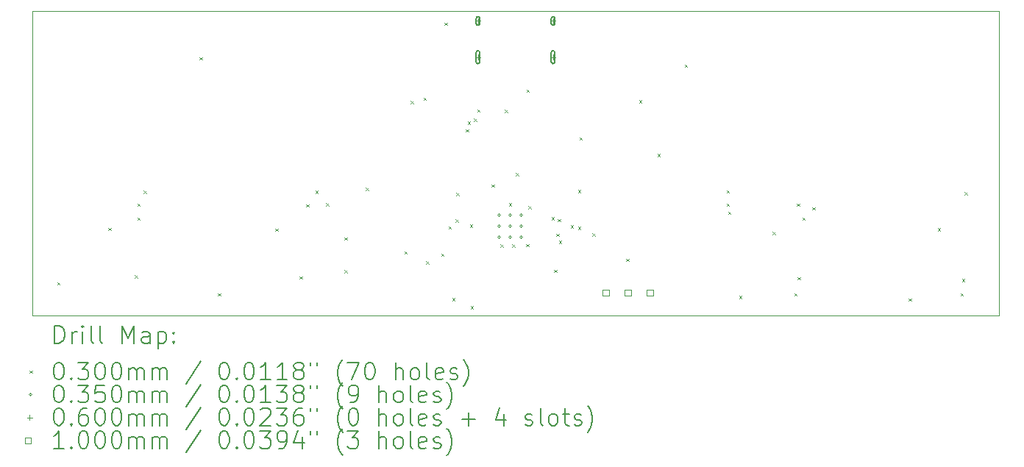
<source format=gbr>
%FSLAX45Y45*%
G04 Gerber Fmt 4.5, Leading zero omitted, Abs format (unit mm)*
G04 Created by KiCad (PCBNEW (6.0.0)) date 2023-06-02 21:25:38*
%MOMM*%
%LPD*%
G01*
G04 APERTURE LIST*
%TA.AperFunction,Profile*%
%ADD10C,0.100000*%
%TD*%
%ADD11C,0.200000*%
%ADD12C,0.030000*%
%ADD13C,0.035000*%
%ADD14C,0.060000*%
%ADD15C,0.100000*%
G04 APERTURE END LIST*
D10*
X25365000Y-8000000D02*
X14240000Y-8000000D01*
X14240000Y-8000000D02*
X14240000Y-4495000D01*
X14240000Y-4495000D02*
X25365000Y-4495000D01*
X25365000Y-4495000D02*
X25365000Y-8000000D01*
D11*
D12*
X14522500Y-7615000D02*
X14552500Y-7645000D01*
X14552500Y-7615000D02*
X14522500Y-7645000D01*
X15110000Y-6987500D02*
X15140000Y-7017500D01*
X15140000Y-6987500D02*
X15110000Y-7017500D01*
X15415000Y-7535000D02*
X15445000Y-7565000D01*
X15445000Y-7535000D02*
X15415000Y-7565000D01*
X15445000Y-6710000D02*
X15475000Y-6740000D01*
X15475000Y-6710000D02*
X15445000Y-6740000D01*
X15445000Y-6867652D02*
X15475000Y-6897652D01*
X15475000Y-6867652D02*
X15445000Y-6897652D01*
X15517500Y-6562500D02*
X15547500Y-6592500D01*
X15547500Y-6562500D02*
X15517500Y-6592500D01*
X16162500Y-5025000D02*
X16192500Y-5055000D01*
X16192500Y-5025000D02*
X16162500Y-5055000D01*
X16372500Y-7740000D02*
X16402500Y-7770000D01*
X16402500Y-7740000D02*
X16372500Y-7770000D01*
X17032500Y-6995000D02*
X17062500Y-7025000D01*
X17062500Y-6995000D02*
X17032500Y-7025000D01*
X17312500Y-7547500D02*
X17342500Y-7577500D01*
X17342500Y-7547500D02*
X17312500Y-7577500D01*
X17387500Y-6715000D02*
X17417500Y-6745000D01*
X17417500Y-6715000D02*
X17387500Y-6745000D01*
X17495000Y-6562500D02*
X17525000Y-6592500D01*
X17525000Y-6562500D02*
X17495000Y-6592500D01*
X17615000Y-6705000D02*
X17645000Y-6735000D01*
X17645000Y-6705000D02*
X17615000Y-6735000D01*
X17828000Y-7475000D02*
X17858000Y-7505000D01*
X17858000Y-7475000D02*
X17828000Y-7505000D01*
X17829000Y-7099000D02*
X17859000Y-7129000D01*
X17859000Y-7099000D02*
X17829000Y-7129000D01*
X18075000Y-6527500D02*
X18105000Y-6557500D01*
X18105000Y-6527500D02*
X18075000Y-6557500D01*
X18517500Y-7260000D02*
X18547500Y-7290000D01*
X18547500Y-7260000D02*
X18517500Y-7290000D01*
X18592500Y-5527500D02*
X18622500Y-5557500D01*
X18622500Y-5527500D02*
X18592500Y-5557500D01*
X18740000Y-5490000D02*
X18770000Y-5520000D01*
X18770000Y-5490000D02*
X18740000Y-5520000D01*
X18767500Y-7375000D02*
X18797500Y-7405000D01*
X18797500Y-7375000D02*
X18767500Y-7405000D01*
X18940000Y-7282500D02*
X18970000Y-7312500D01*
X18970000Y-7282500D02*
X18940000Y-7312500D01*
X18977500Y-4625000D02*
X19007500Y-4655000D01*
X19007500Y-4625000D02*
X18977500Y-4655000D01*
X19025000Y-6970000D02*
X19055000Y-7000000D01*
X19055000Y-6970000D02*
X19025000Y-7000000D01*
X19070000Y-7795000D02*
X19100000Y-7825000D01*
X19100000Y-7795000D02*
X19070000Y-7825000D01*
X19105000Y-6890000D02*
X19135000Y-6920000D01*
X19135000Y-6890000D02*
X19105000Y-6920000D01*
X19115000Y-6587500D02*
X19145000Y-6617500D01*
X19145000Y-6587500D02*
X19115000Y-6617500D01*
X19225000Y-5855000D02*
X19255000Y-5885000D01*
X19255000Y-5855000D02*
X19225000Y-5885000D01*
X19245000Y-5765000D02*
X19275000Y-5795000D01*
X19275000Y-5765000D02*
X19245000Y-5795000D01*
X19271000Y-6948000D02*
X19301000Y-6978000D01*
X19301000Y-6948000D02*
X19271000Y-6978000D01*
X19280000Y-7887500D02*
X19310000Y-7917500D01*
X19310000Y-7887500D02*
X19280000Y-7917500D01*
X19317500Y-5730000D02*
X19347500Y-5760000D01*
X19347500Y-5730000D02*
X19317500Y-5760000D01*
X19357500Y-5625000D02*
X19387500Y-5655000D01*
X19387500Y-5625000D02*
X19357500Y-5655000D01*
X19520000Y-6487500D02*
X19550000Y-6517500D01*
X19550000Y-6487500D02*
X19520000Y-6517500D01*
X19622500Y-7180000D02*
X19652500Y-7210000D01*
X19652500Y-7180000D02*
X19622500Y-7210000D01*
X19675000Y-5630000D02*
X19705000Y-5660000D01*
X19705000Y-5630000D02*
X19675000Y-5660000D01*
X19722500Y-6705000D02*
X19752500Y-6735000D01*
X19752500Y-6705000D02*
X19722500Y-6735000D01*
X19759000Y-7179000D02*
X19789000Y-7209000D01*
X19789000Y-7179000D02*
X19759000Y-7209000D01*
X19802500Y-6355000D02*
X19832500Y-6385000D01*
X19832500Y-6355000D02*
X19802500Y-6385000D01*
X19917500Y-7172500D02*
X19947500Y-7202500D01*
X19947500Y-7172500D02*
X19917500Y-7202500D01*
X19925000Y-5395000D02*
X19955000Y-5425000D01*
X19955000Y-5395000D02*
X19925000Y-5425000D01*
X19945000Y-6740000D02*
X19975000Y-6770000D01*
X19975000Y-6740000D02*
X19945000Y-6770000D01*
X20210000Y-6865000D02*
X20240000Y-6895000D01*
X20240000Y-6865000D02*
X20210000Y-6895000D01*
X20242500Y-7470000D02*
X20272500Y-7500000D01*
X20272500Y-7470000D02*
X20242500Y-7500000D01*
X20265000Y-7055000D02*
X20295000Y-7085000D01*
X20295000Y-7055000D02*
X20265000Y-7085000D01*
X20282500Y-6885000D02*
X20312500Y-6915000D01*
X20312500Y-6885000D02*
X20282500Y-6915000D01*
X20295000Y-7137500D02*
X20325000Y-7167500D01*
X20325000Y-7137500D02*
X20295000Y-7167500D01*
X20432500Y-6960000D02*
X20462500Y-6990000D01*
X20462500Y-6960000D02*
X20432500Y-6990000D01*
X20515000Y-6550000D02*
X20545000Y-6580000D01*
X20545000Y-6550000D02*
X20515000Y-6580000D01*
X20515000Y-6975000D02*
X20545000Y-7005000D01*
X20545000Y-6975000D02*
X20515000Y-7005000D01*
X20532500Y-5947500D02*
X20562500Y-5977500D01*
X20562500Y-5947500D02*
X20532500Y-5977500D01*
X20682500Y-7050000D02*
X20712500Y-7080000D01*
X20712500Y-7050000D02*
X20682500Y-7080000D01*
X21070000Y-7345000D02*
X21100000Y-7375000D01*
X21100000Y-7345000D02*
X21070000Y-7375000D01*
X21220000Y-5517500D02*
X21250000Y-5547500D01*
X21250000Y-5517500D02*
X21220000Y-5547500D01*
X21432500Y-6137500D02*
X21462500Y-6167500D01*
X21462500Y-6137500D02*
X21432500Y-6167500D01*
X21742500Y-5110000D02*
X21772500Y-5140000D01*
X21772500Y-5110000D02*
X21742500Y-5140000D01*
X22227500Y-6557500D02*
X22257500Y-6587500D01*
X22257500Y-6557500D02*
X22227500Y-6587500D01*
X22227500Y-6710000D02*
X22257500Y-6740000D01*
X22257500Y-6710000D02*
X22227500Y-6740000D01*
X22245000Y-6800000D02*
X22275000Y-6830000D01*
X22275000Y-6800000D02*
X22245000Y-6830000D01*
X22372500Y-7770000D02*
X22402500Y-7800000D01*
X22402500Y-7770000D02*
X22372500Y-7800000D01*
X22757500Y-7035000D02*
X22787500Y-7065000D01*
X22787500Y-7035000D02*
X22757500Y-7065000D01*
X23007500Y-7742500D02*
X23037500Y-7772500D01*
X23037500Y-7742500D02*
X23007500Y-7772500D01*
X23037500Y-6710000D02*
X23067500Y-6740000D01*
X23067500Y-6710000D02*
X23037500Y-6740000D01*
X23045000Y-7555000D02*
X23075000Y-7585000D01*
X23075000Y-7555000D02*
X23045000Y-7585000D01*
X23097500Y-6870000D02*
X23127500Y-6900000D01*
X23127500Y-6870000D02*
X23097500Y-6900000D01*
X23215000Y-6752500D02*
X23245000Y-6782500D01*
X23245000Y-6752500D02*
X23215000Y-6782500D01*
X24322500Y-7800000D02*
X24352500Y-7830000D01*
X24352500Y-7800000D02*
X24322500Y-7830000D01*
X24657500Y-6992500D02*
X24687500Y-7022500D01*
X24687500Y-6992500D02*
X24657500Y-7022500D01*
X24917500Y-7742500D02*
X24947500Y-7772500D01*
X24947500Y-7742500D02*
X24917500Y-7772500D01*
X24937500Y-7575000D02*
X24967500Y-7605000D01*
X24967500Y-7575000D02*
X24937500Y-7605000D01*
X24967500Y-6575000D02*
X24997500Y-6605000D01*
X24997500Y-6575000D02*
X24967500Y-6605000D01*
D13*
X19625000Y-6842500D02*
G75*
G03*
X19625000Y-6842500I-17500J0D01*
G01*
X19625000Y-6970000D02*
G75*
G03*
X19625000Y-6970000I-17500J0D01*
G01*
X19625000Y-7097500D02*
G75*
G03*
X19625000Y-7097500I-17500J0D01*
G01*
X19752500Y-6842500D02*
G75*
G03*
X19752500Y-6842500I-17500J0D01*
G01*
X19752500Y-6970000D02*
G75*
G03*
X19752500Y-6970000I-17500J0D01*
G01*
X19752500Y-7097500D02*
G75*
G03*
X19752500Y-7097500I-17500J0D01*
G01*
X19880000Y-6842500D02*
G75*
G03*
X19880000Y-6842500I-17500J0D01*
G01*
X19880000Y-6970000D02*
G75*
G03*
X19880000Y-6970000I-17500J0D01*
G01*
X19880000Y-7097500D02*
G75*
G03*
X19880000Y-7097500I-17500J0D01*
G01*
D14*
X19365500Y-4576500D02*
X19365500Y-4636500D01*
X19335500Y-4606500D02*
X19395500Y-4606500D01*
D11*
X19345500Y-4576500D02*
X19345500Y-4636500D01*
X19385500Y-4576500D02*
X19385500Y-4636500D01*
X19345500Y-4636500D02*
G75*
G03*
X19385500Y-4636500I20000J0D01*
G01*
X19385500Y-4576500D02*
G75*
G03*
X19345500Y-4576500I-20000J0D01*
G01*
D14*
X19365500Y-4994500D02*
X19365500Y-5054500D01*
X19335500Y-5024500D02*
X19395500Y-5024500D01*
D11*
X19345500Y-4969500D02*
X19345500Y-5079500D01*
X19385500Y-4969500D02*
X19385500Y-5079500D01*
X19345500Y-5079500D02*
G75*
G03*
X19385500Y-5079500I20000J0D01*
G01*
X19385500Y-4969500D02*
G75*
G03*
X19345500Y-4969500I-20000J0D01*
G01*
D14*
X20229500Y-4576500D02*
X20229500Y-4636500D01*
X20199500Y-4606500D02*
X20259500Y-4606500D01*
D11*
X20209500Y-4576500D02*
X20209500Y-4636500D01*
X20249500Y-4576500D02*
X20249500Y-4636500D01*
X20209500Y-4636500D02*
G75*
G03*
X20249500Y-4636500I20000J0D01*
G01*
X20249500Y-4576500D02*
G75*
G03*
X20209500Y-4576500I-20000J0D01*
G01*
D14*
X20229500Y-4994500D02*
X20229500Y-5054500D01*
X20199500Y-5024500D02*
X20259500Y-5024500D01*
D11*
X20209500Y-4969500D02*
X20209500Y-5079500D01*
X20249500Y-4969500D02*
X20249500Y-5079500D01*
X20209500Y-5079500D02*
G75*
G03*
X20249500Y-5079500I20000J0D01*
G01*
X20249500Y-4969500D02*
G75*
G03*
X20209500Y-4969500I-20000J0D01*
G01*
D15*
X20872856Y-7770356D02*
X20872856Y-7699644D01*
X20802144Y-7699644D01*
X20802144Y-7770356D01*
X20872856Y-7770356D01*
X21126856Y-7770356D02*
X21126856Y-7699644D01*
X21056144Y-7699644D01*
X21056144Y-7770356D01*
X21126856Y-7770356D01*
X21380856Y-7770356D02*
X21380856Y-7699644D01*
X21310144Y-7699644D01*
X21310144Y-7770356D01*
X21380856Y-7770356D01*
D11*
X14492619Y-8315476D02*
X14492619Y-8115476D01*
X14540238Y-8115476D01*
X14568809Y-8125000D01*
X14587857Y-8144048D01*
X14597381Y-8163095D01*
X14606905Y-8201190D01*
X14606905Y-8229762D01*
X14597381Y-8267857D01*
X14587857Y-8286905D01*
X14568809Y-8305952D01*
X14540238Y-8315476D01*
X14492619Y-8315476D01*
X14692619Y-8315476D02*
X14692619Y-8182143D01*
X14692619Y-8220238D02*
X14702143Y-8201190D01*
X14711667Y-8191667D01*
X14730714Y-8182143D01*
X14749762Y-8182143D01*
X14816428Y-8315476D02*
X14816428Y-8182143D01*
X14816428Y-8115476D02*
X14806905Y-8125000D01*
X14816428Y-8134524D01*
X14825952Y-8125000D01*
X14816428Y-8115476D01*
X14816428Y-8134524D01*
X14940238Y-8315476D02*
X14921190Y-8305952D01*
X14911667Y-8286905D01*
X14911667Y-8115476D01*
X15045000Y-8315476D02*
X15025952Y-8305952D01*
X15016428Y-8286905D01*
X15016428Y-8115476D01*
X15273571Y-8315476D02*
X15273571Y-8115476D01*
X15340238Y-8258333D01*
X15406905Y-8115476D01*
X15406905Y-8315476D01*
X15587857Y-8315476D02*
X15587857Y-8210714D01*
X15578333Y-8191667D01*
X15559286Y-8182143D01*
X15521190Y-8182143D01*
X15502143Y-8191667D01*
X15587857Y-8305952D02*
X15568809Y-8315476D01*
X15521190Y-8315476D01*
X15502143Y-8305952D01*
X15492619Y-8286905D01*
X15492619Y-8267857D01*
X15502143Y-8248809D01*
X15521190Y-8239286D01*
X15568809Y-8239286D01*
X15587857Y-8229762D01*
X15683095Y-8182143D02*
X15683095Y-8382143D01*
X15683095Y-8191667D02*
X15702143Y-8182143D01*
X15740238Y-8182143D01*
X15759286Y-8191667D01*
X15768809Y-8201190D01*
X15778333Y-8220238D01*
X15778333Y-8277381D01*
X15768809Y-8296428D01*
X15759286Y-8305952D01*
X15740238Y-8315476D01*
X15702143Y-8315476D01*
X15683095Y-8305952D01*
X15864048Y-8296428D02*
X15873571Y-8305952D01*
X15864048Y-8315476D01*
X15854524Y-8305952D01*
X15864048Y-8296428D01*
X15864048Y-8315476D01*
X15864048Y-8191667D02*
X15873571Y-8201190D01*
X15864048Y-8210714D01*
X15854524Y-8201190D01*
X15864048Y-8191667D01*
X15864048Y-8210714D01*
D12*
X14205000Y-8630000D02*
X14235000Y-8660000D01*
X14235000Y-8630000D02*
X14205000Y-8660000D01*
D11*
X14530714Y-8535476D02*
X14549762Y-8535476D01*
X14568809Y-8545000D01*
X14578333Y-8554524D01*
X14587857Y-8573571D01*
X14597381Y-8611667D01*
X14597381Y-8659286D01*
X14587857Y-8697381D01*
X14578333Y-8716429D01*
X14568809Y-8725952D01*
X14549762Y-8735476D01*
X14530714Y-8735476D01*
X14511667Y-8725952D01*
X14502143Y-8716429D01*
X14492619Y-8697381D01*
X14483095Y-8659286D01*
X14483095Y-8611667D01*
X14492619Y-8573571D01*
X14502143Y-8554524D01*
X14511667Y-8545000D01*
X14530714Y-8535476D01*
X14683095Y-8716429D02*
X14692619Y-8725952D01*
X14683095Y-8735476D01*
X14673571Y-8725952D01*
X14683095Y-8716429D01*
X14683095Y-8735476D01*
X14759286Y-8535476D02*
X14883095Y-8535476D01*
X14816428Y-8611667D01*
X14845000Y-8611667D01*
X14864048Y-8621190D01*
X14873571Y-8630714D01*
X14883095Y-8649762D01*
X14883095Y-8697381D01*
X14873571Y-8716429D01*
X14864048Y-8725952D01*
X14845000Y-8735476D01*
X14787857Y-8735476D01*
X14768809Y-8725952D01*
X14759286Y-8716429D01*
X15006905Y-8535476D02*
X15025952Y-8535476D01*
X15045000Y-8545000D01*
X15054524Y-8554524D01*
X15064048Y-8573571D01*
X15073571Y-8611667D01*
X15073571Y-8659286D01*
X15064048Y-8697381D01*
X15054524Y-8716429D01*
X15045000Y-8725952D01*
X15025952Y-8735476D01*
X15006905Y-8735476D01*
X14987857Y-8725952D01*
X14978333Y-8716429D01*
X14968809Y-8697381D01*
X14959286Y-8659286D01*
X14959286Y-8611667D01*
X14968809Y-8573571D01*
X14978333Y-8554524D01*
X14987857Y-8545000D01*
X15006905Y-8535476D01*
X15197381Y-8535476D02*
X15216428Y-8535476D01*
X15235476Y-8545000D01*
X15245000Y-8554524D01*
X15254524Y-8573571D01*
X15264048Y-8611667D01*
X15264048Y-8659286D01*
X15254524Y-8697381D01*
X15245000Y-8716429D01*
X15235476Y-8725952D01*
X15216428Y-8735476D01*
X15197381Y-8735476D01*
X15178333Y-8725952D01*
X15168809Y-8716429D01*
X15159286Y-8697381D01*
X15149762Y-8659286D01*
X15149762Y-8611667D01*
X15159286Y-8573571D01*
X15168809Y-8554524D01*
X15178333Y-8545000D01*
X15197381Y-8535476D01*
X15349762Y-8735476D02*
X15349762Y-8602143D01*
X15349762Y-8621190D02*
X15359286Y-8611667D01*
X15378333Y-8602143D01*
X15406905Y-8602143D01*
X15425952Y-8611667D01*
X15435476Y-8630714D01*
X15435476Y-8735476D01*
X15435476Y-8630714D02*
X15445000Y-8611667D01*
X15464048Y-8602143D01*
X15492619Y-8602143D01*
X15511667Y-8611667D01*
X15521190Y-8630714D01*
X15521190Y-8735476D01*
X15616428Y-8735476D02*
X15616428Y-8602143D01*
X15616428Y-8621190D02*
X15625952Y-8611667D01*
X15645000Y-8602143D01*
X15673571Y-8602143D01*
X15692619Y-8611667D01*
X15702143Y-8630714D01*
X15702143Y-8735476D01*
X15702143Y-8630714D02*
X15711667Y-8611667D01*
X15730714Y-8602143D01*
X15759286Y-8602143D01*
X15778333Y-8611667D01*
X15787857Y-8630714D01*
X15787857Y-8735476D01*
X16178333Y-8525952D02*
X16006905Y-8783095D01*
X16435476Y-8535476D02*
X16454524Y-8535476D01*
X16473571Y-8545000D01*
X16483095Y-8554524D01*
X16492619Y-8573571D01*
X16502143Y-8611667D01*
X16502143Y-8659286D01*
X16492619Y-8697381D01*
X16483095Y-8716429D01*
X16473571Y-8725952D01*
X16454524Y-8735476D01*
X16435476Y-8735476D01*
X16416428Y-8725952D01*
X16406905Y-8716429D01*
X16397381Y-8697381D01*
X16387857Y-8659286D01*
X16387857Y-8611667D01*
X16397381Y-8573571D01*
X16406905Y-8554524D01*
X16416428Y-8545000D01*
X16435476Y-8535476D01*
X16587857Y-8716429D02*
X16597381Y-8725952D01*
X16587857Y-8735476D01*
X16578333Y-8725952D01*
X16587857Y-8716429D01*
X16587857Y-8735476D01*
X16721190Y-8535476D02*
X16740238Y-8535476D01*
X16759286Y-8545000D01*
X16768809Y-8554524D01*
X16778333Y-8573571D01*
X16787857Y-8611667D01*
X16787857Y-8659286D01*
X16778333Y-8697381D01*
X16768809Y-8716429D01*
X16759286Y-8725952D01*
X16740238Y-8735476D01*
X16721190Y-8735476D01*
X16702143Y-8725952D01*
X16692619Y-8716429D01*
X16683095Y-8697381D01*
X16673571Y-8659286D01*
X16673571Y-8611667D01*
X16683095Y-8573571D01*
X16692619Y-8554524D01*
X16702143Y-8545000D01*
X16721190Y-8535476D01*
X16978333Y-8735476D02*
X16864048Y-8735476D01*
X16921190Y-8735476D02*
X16921190Y-8535476D01*
X16902143Y-8564048D01*
X16883095Y-8583095D01*
X16864048Y-8592619D01*
X17168810Y-8735476D02*
X17054524Y-8735476D01*
X17111667Y-8735476D02*
X17111667Y-8535476D01*
X17092619Y-8564048D01*
X17073571Y-8583095D01*
X17054524Y-8592619D01*
X17283095Y-8621190D02*
X17264048Y-8611667D01*
X17254524Y-8602143D01*
X17245000Y-8583095D01*
X17245000Y-8573571D01*
X17254524Y-8554524D01*
X17264048Y-8545000D01*
X17283095Y-8535476D01*
X17321190Y-8535476D01*
X17340238Y-8545000D01*
X17349762Y-8554524D01*
X17359286Y-8573571D01*
X17359286Y-8583095D01*
X17349762Y-8602143D01*
X17340238Y-8611667D01*
X17321190Y-8621190D01*
X17283095Y-8621190D01*
X17264048Y-8630714D01*
X17254524Y-8640238D01*
X17245000Y-8659286D01*
X17245000Y-8697381D01*
X17254524Y-8716429D01*
X17264048Y-8725952D01*
X17283095Y-8735476D01*
X17321190Y-8735476D01*
X17340238Y-8725952D01*
X17349762Y-8716429D01*
X17359286Y-8697381D01*
X17359286Y-8659286D01*
X17349762Y-8640238D01*
X17340238Y-8630714D01*
X17321190Y-8621190D01*
X17435476Y-8535476D02*
X17435476Y-8573571D01*
X17511667Y-8535476D02*
X17511667Y-8573571D01*
X17806905Y-8811667D02*
X17797381Y-8802143D01*
X17778333Y-8773571D01*
X17768810Y-8754524D01*
X17759286Y-8725952D01*
X17749762Y-8678333D01*
X17749762Y-8640238D01*
X17759286Y-8592619D01*
X17768810Y-8564048D01*
X17778333Y-8545000D01*
X17797381Y-8516429D01*
X17806905Y-8506905D01*
X17864048Y-8535476D02*
X17997381Y-8535476D01*
X17911667Y-8735476D01*
X18111667Y-8535476D02*
X18130714Y-8535476D01*
X18149762Y-8545000D01*
X18159286Y-8554524D01*
X18168810Y-8573571D01*
X18178333Y-8611667D01*
X18178333Y-8659286D01*
X18168810Y-8697381D01*
X18159286Y-8716429D01*
X18149762Y-8725952D01*
X18130714Y-8735476D01*
X18111667Y-8735476D01*
X18092619Y-8725952D01*
X18083095Y-8716429D01*
X18073571Y-8697381D01*
X18064048Y-8659286D01*
X18064048Y-8611667D01*
X18073571Y-8573571D01*
X18083095Y-8554524D01*
X18092619Y-8545000D01*
X18111667Y-8535476D01*
X18416429Y-8735476D02*
X18416429Y-8535476D01*
X18502143Y-8735476D02*
X18502143Y-8630714D01*
X18492619Y-8611667D01*
X18473571Y-8602143D01*
X18445000Y-8602143D01*
X18425952Y-8611667D01*
X18416429Y-8621190D01*
X18625952Y-8735476D02*
X18606905Y-8725952D01*
X18597381Y-8716429D01*
X18587857Y-8697381D01*
X18587857Y-8640238D01*
X18597381Y-8621190D01*
X18606905Y-8611667D01*
X18625952Y-8602143D01*
X18654524Y-8602143D01*
X18673571Y-8611667D01*
X18683095Y-8621190D01*
X18692619Y-8640238D01*
X18692619Y-8697381D01*
X18683095Y-8716429D01*
X18673571Y-8725952D01*
X18654524Y-8735476D01*
X18625952Y-8735476D01*
X18806905Y-8735476D02*
X18787857Y-8725952D01*
X18778333Y-8706905D01*
X18778333Y-8535476D01*
X18959286Y-8725952D02*
X18940238Y-8735476D01*
X18902143Y-8735476D01*
X18883095Y-8725952D01*
X18873571Y-8706905D01*
X18873571Y-8630714D01*
X18883095Y-8611667D01*
X18902143Y-8602143D01*
X18940238Y-8602143D01*
X18959286Y-8611667D01*
X18968810Y-8630714D01*
X18968810Y-8649762D01*
X18873571Y-8668810D01*
X19045000Y-8725952D02*
X19064048Y-8735476D01*
X19102143Y-8735476D01*
X19121190Y-8725952D01*
X19130714Y-8706905D01*
X19130714Y-8697381D01*
X19121190Y-8678333D01*
X19102143Y-8668810D01*
X19073571Y-8668810D01*
X19054524Y-8659286D01*
X19045000Y-8640238D01*
X19045000Y-8630714D01*
X19054524Y-8611667D01*
X19073571Y-8602143D01*
X19102143Y-8602143D01*
X19121190Y-8611667D01*
X19197381Y-8811667D02*
X19206905Y-8802143D01*
X19225952Y-8773571D01*
X19235476Y-8754524D01*
X19245000Y-8725952D01*
X19254524Y-8678333D01*
X19254524Y-8640238D01*
X19245000Y-8592619D01*
X19235476Y-8564048D01*
X19225952Y-8545000D01*
X19206905Y-8516429D01*
X19197381Y-8506905D01*
D13*
X14235000Y-8909000D02*
G75*
G03*
X14235000Y-8909000I-17500J0D01*
G01*
D11*
X14530714Y-8799476D02*
X14549762Y-8799476D01*
X14568809Y-8809000D01*
X14578333Y-8818524D01*
X14587857Y-8837571D01*
X14597381Y-8875667D01*
X14597381Y-8923286D01*
X14587857Y-8961381D01*
X14578333Y-8980429D01*
X14568809Y-8989952D01*
X14549762Y-8999476D01*
X14530714Y-8999476D01*
X14511667Y-8989952D01*
X14502143Y-8980429D01*
X14492619Y-8961381D01*
X14483095Y-8923286D01*
X14483095Y-8875667D01*
X14492619Y-8837571D01*
X14502143Y-8818524D01*
X14511667Y-8809000D01*
X14530714Y-8799476D01*
X14683095Y-8980429D02*
X14692619Y-8989952D01*
X14683095Y-8999476D01*
X14673571Y-8989952D01*
X14683095Y-8980429D01*
X14683095Y-8999476D01*
X14759286Y-8799476D02*
X14883095Y-8799476D01*
X14816428Y-8875667D01*
X14845000Y-8875667D01*
X14864048Y-8885190D01*
X14873571Y-8894714D01*
X14883095Y-8913762D01*
X14883095Y-8961381D01*
X14873571Y-8980429D01*
X14864048Y-8989952D01*
X14845000Y-8999476D01*
X14787857Y-8999476D01*
X14768809Y-8989952D01*
X14759286Y-8980429D01*
X15064048Y-8799476D02*
X14968809Y-8799476D01*
X14959286Y-8894714D01*
X14968809Y-8885190D01*
X14987857Y-8875667D01*
X15035476Y-8875667D01*
X15054524Y-8885190D01*
X15064048Y-8894714D01*
X15073571Y-8913762D01*
X15073571Y-8961381D01*
X15064048Y-8980429D01*
X15054524Y-8989952D01*
X15035476Y-8999476D01*
X14987857Y-8999476D01*
X14968809Y-8989952D01*
X14959286Y-8980429D01*
X15197381Y-8799476D02*
X15216428Y-8799476D01*
X15235476Y-8809000D01*
X15245000Y-8818524D01*
X15254524Y-8837571D01*
X15264048Y-8875667D01*
X15264048Y-8923286D01*
X15254524Y-8961381D01*
X15245000Y-8980429D01*
X15235476Y-8989952D01*
X15216428Y-8999476D01*
X15197381Y-8999476D01*
X15178333Y-8989952D01*
X15168809Y-8980429D01*
X15159286Y-8961381D01*
X15149762Y-8923286D01*
X15149762Y-8875667D01*
X15159286Y-8837571D01*
X15168809Y-8818524D01*
X15178333Y-8809000D01*
X15197381Y-8799476D01*
X15349762Y-8999476D02*
X15349762Y-8866143D01*
X15349762Y-8885190D02*
X15359286Y-8875667D01*
X15378333Y-8866143D01*
X15406905Y-8866143D01*
X15425952Y-8875667D01*
X15435476Y-8894714D01*
X15435476Y-8999476D01*
X15435476Y-8894714D02*
X15445000Y-8875667D01*
X15464048Y-8866143D01*
X15492619Y-8866143D01*
X15511667Y-8875667D01*
X15521190Y-8894714D01*
X15521190Y-8999476D01*
X15616428Y-8999476D02*
X15616428Y-8866143D01*
X15616428Y-8885190D02*
X15625952Y-8875667D01*
X15645000Y-8866143D01*
X15673571Y-8866143D01*
X15692619Y-8875667D01*
X15702143Y-8894714D01*
X15702143Y-8999476D01*
X15702143Y-8894714D02*
X15711667Y-8875667D01*
X15730714Y-8866143D01*
X15759286Y-8866143D01*
X15778333Y-8875667D01*
X15787857Y-8894714D01*
X15787857Y-8999476D01*
X16178333Y-8789952D02*
X16006905Y-9047095D01*
X16435476Y-8799476D02*
X16454524Y-8799476D01*
X16473571Y-8809000D01*
X16483095Y-8818524D01*
X16492619Y-8837571D01*
X16502143Y-8875667D01*
X16502143Y-8923286D01*
X16492619Y-8961381D01*
X16483095Y-8980429D01*
X16473571Y-8989952D01*
X16454524Y-8999476D01*
X16435476Y-8999476D01*
X16416428Y-8989952D01*
X16406905Y-8980429D01*
X16397381Y-8961381D01*
X16387857Y-8923286D01*
X16387857Y-8875667D01*
X16397381Y-8837571D01*
X16406905Y-8818524D01*
X16416428Y-8809000D01*
X16435476Y-8799476D01*
X16587857Y-8980429D02*
X16597381Y-8989952D01*
X16587857Y-8999476D01*
X16578333Y-8989952D01*
X16587857Y-8980429D01*
X16587857Y-8999476D01*
X16721190Y-8799476D02*
X16740238Y-8799476D01*
X16759286Y-8809000D01*
X16768809Y-8818524D01*
X16778333Y-8837571D01*
X16787857Y-8875667D01*
X16787857Y-8923286D01*
X16778333Y-8961381D01*
X16768809Y-8980429D01*
X16759286Y-8989952D01*
X16740238Y-8999476D01*
X16721190Y-8999476D01*
X16702143Y-8989952D01*
X16692619Y-8980429D01*
X16683095Y-8961381D01*
X16673571Y-8923286D01*
X16673571Y-8875667D01*
X16683095Y-8837571D01*
X16692619Y-8818524D01*
X16702143Y-8809000D01*
X16721190Y-8799476D01*
X16978333Y-8999476D02*
X16864048Y-8999476D01*
X16921190Y-8999476D02*
X16921190Y-8799476D01*
X16902143Y-8828048D01*
X16883095Y-8847095D01*
X16864048Y-8856619D01*
X17045000Y-8799476D02*
X17168810Y-8799476D01*
X17102143Y-8875667D01*
X17130714Y-8875667D01*
X17149762Y-8885190D01*
X17159286Y-8894714D01*
X17168810Y-8913762D01*
X17168810Y-8961381D01*
X17159286Y-8980429D01*
X17149762Y-8989952D01*
X17130714Y-8999476D01*
X17073571Y-8999476D01*
X17054524Y-8989952D01*
X17045000Y-8980429D01*
X17283095Y-8885190D02*
X17264048Y-8875667D01*
X17254524Y-8866143D01*
X17245000Y-8847095D01*
X17245000Y-8837571D01*
X17254524Y-8818524D01*
X17264048Y-8809000D01*
X17283095Y-8799476D01*
X17321190Y-8799476D01*
X17340238Y-8809000D01*
X17349762Y-8818524D01*
X17359286Y-8837571D01*
X17359286Y-8847095D01*
X17349762Y-8866143D01*
X17340238Y-8875667D01*
X17321190Y-8885190D01*
X17283095Y-8885190D01*
X17264048Y-8894714D01*
X17254524Y-8904238D01*
X17245000Y-8923286D01*
X17245000Y-8961381D01*
X17254524Y-8980429D01*
X17264048Y-8989952D01*
X17283095Y-8999476D01*
X17321190Y-8999476D01*
X17340238Y-8989952D01*
X17349762Y-8980429D01*
X17359286Y-8961381D01*
X17359286Y-8923286D01*
X17349762Y-8904238D01*
X17340238Y-8894714D01*
X17321190Y-8885190D01*
X17435476Y-8799476D02*
X17435476Y-8837571D01*
X17511667Y-8799476D02*
X17511667Y-8837571D01*
X17806905Y-9075667D02*
X17797381Y-9066143D01*
X17778333Y-9037571D01*
X17768810Y-9018524D01*
X17759286Y-8989952D01*
X17749762Y-8942333D01*
X17749762Y-8904238D01*
X17759286Y-8856619D01*
X17768810Y-8828048D01*
X17778333Y-8809000D01*
X17797381Y-8780429D01*
X17806905Y-8770905D01*
X17892619Y-8999476D02*
X17930714Y-8999476D01*
X17949762Y-8989952D01*
X17959286Y-8980429D01*
X17978333Y-8951857D01*
X17987857Y-8913762D01*
X17987857Y-8837571D01*
X17978333Y-8818524D01*
X17968810Y-8809000D01*
X17949762Y-8799476D01*
X17911667Y-8799476D01*
X17892619Y-8809000D01*
X17883095Y-8818524D01*
X17873571Y-8837571D01*
X17873571Y-8885190D01*
X17883095Y-8904238D01*
X17892619Y-8913762D01*
X17911667Y-8923286D01*
X17949762Y-8923286D01*
X17968810Y-8913762D01*
X17978333Y-8904238D01*
X17987857Y-8885190D01*
X18225952Y-8999476D02*
X18225952Y-8799476D01*
X18311667Y-8999476D02*
X18311667Y-8894714D01*
X18302143Y-8875667D01*
X18283095Y-8866143D01*
X18254524Y-8866143D01*
X18235476Y-8875667D01*
X18225952Y-8885190D01*
X18435476Y-8999476D02*
X18416429Y-8989952D01*
X18406905Y-8980429D01*
X18397381Y-8961381D01*
X18397381Y-8904238D01*
X18406905Y-8885190D01*
X18416429Y-8875667D01*
X18435476Y-8866143D01*
X18464048Y-8866143D01*
X18483095Y-8875667D01*
X18492619Y-8885190D01*
X18502143Y-8904238D01*
X18502143Y-8961381D01*
X18492619Y-8980429D01*
X18483095Y-8989952D01*
X18464048Y-8999476D01*
X18435476Y-8999476D01*
X18616429Y-8999476D02*
X18597381Y-8989952D01*
X18587857Y-8970905D01*
X18587857Y-8799476D01*
X18768810Y-8989952D02*
X18749762Y-8999476D01*
X18711667Y-8999476D01*
X18692619Y-8989952D01*
X18683095Y-8970905D01*
X18683095Y-8894714D01*
X18692619Y-8875667D01*
X18711667Y-8866143D01*
X18749762Y-8866143D01*
X18768810Y-8875667D01*
X18778333Y-8894714D01*
X18778333Y-8913762D01*
X18683095Y-8932810D01*
X18854524Y-8989952D02*
X18873571Y-8999476D01*
X18911667Y-8999476D01*
X18930714Y-8989952D01*
X18940238Y-8970905D01*
X18940238Y-8961381D01*
X18930714Y-8942333D01*
X18911667Y-8932810D01*
X18883095Y-8932810D01*
X18864048Y-8923286D01*
X18854524Y-8904238D01*
X18854524Y-8894714D01*
X18864048Y-8875667D01*
X18883095Y-8866143D01*
X18911667Y-8866143D01*
X18930714Y-8875667D01*
X19006905Y-9075667D02*
X19016429Y-9066143D01*
X19035476Y-9037571D01*
X19045000Y-9018524D01*
X19054524Y-8989952D01*
X19064048Y-8942333D01*
X19064048Y-8904238D01*
X19054524Y-8856619D01*
X19045000Y-8828048D01*
X19035476Y-8809000D01*
X19016429Y-8780429D01*
X19006905Y-8770905D01*
D14*
X14205000Y-9143000D02*
X14205000Y-9203000D01*
X14175000Y-9173000D02*
X14235000Y-9173000D01*
D11*
X14530714Y-9063476D02*
X14549762Y-9063476D01*
X14568809Y-9073000D01*
X14578333Y-9082524D01*
X14587857Y-9101571D01*
X14597381Y-9139667D01*
X14597381Y-9187286D01*
X14587857Y-9225381D01*
X14578333Y-9244429D01*
X14568809Y-9253952D01*
X14549762Y-9263476D01*
X14530714Y-9263476D01*
X14511667Y-9253952D01*
X14502143Y-9244429D01*
X14492619Y-9225381D01*
X14483095Y-9187286D01*
X14483095Y-9139667D01*
X14492619Y-9101571D01*
X14502143Y-9082524D01*
X14511667Y-9073000D01*
X14530714Y-9063476D01*
X14683095Y-9244429D02*
X14692619Y-9253952D01*
X14683095Y-9263476D01*
X14673571Y-9253952D01*
X14683095Y-9244429D01*
X14683095Y-9263476D01*
X14864048Y-9063476D02*
X14825952Y-9063476D01*
X14806905Y-9073000D01*
X14797381Y-9082524D01*
X14778333Y-9111095D01*
X14768809Y-9149190D01*
X14768809Y-9225381D01*
X14778333Y-9244429D01*
X14787857Y-9253952D01*
X14806905Y-9263476D01*
X14845000Y-9263476D01*
X14864048Y-9253952D01*
X14873571Y-9244429D01*
X14883095Y-9225381D01*
X14883095Y-9177762D01*
X14873571Y-9158714D01*
X14864048Y-9149190D01*
X14845000Y-9139667D01*
X14806905Y-9139667D01*
X14787857Y-9149190D01*
X14778333Y-9158714D01*
X14768809Y-9177762D01*
X15006905Y-9063476D02*
X15025952Y-9063476D01*
X15045000Y-9073000D01*
X15054524Y-9082524D01*
X15064048Y-9101571D01*
X15073571Y-9139667D01*
X15073571Y-9187286D01*
X15064048Y-9225381D01*
X15054524Y-9244429D01*
X15045000Y-9253952D01*
X15025952Y-9263476D01*
X15006905Y-9263476D01*
X14987857Y-9253952D01*
X14978333Y-9244429D01*
X14968809Y-9225381D01*
X14959286Y-9187286D01*
X14959286Y-9139667D01*
X14968809Y-9101571D01*
X14978333Y-9082524D01*
X14987857Y-9073000D01*
X15006905Y-9063476D01*
X15197381Y-9063476D02*
X15216428Y-9063476D01*
X15235476Y-9073000D01*
X15245000Y-9082524D01*
X15254524Y-9101571D01*
X15264048Y-9139667D01*
X15264048Y-9187286D01*
X15254524Y-9225381D01*
X15245000Y-9244429D01*
X15235476Y-9253952D01*
X15216428Y-9263476D01*
X15197381Y-9263476D01*
X15178333Y-9253952D01*
X15168809Y-9244429D01*
X15159286Y-9225381D01*
X15149762Y-9187286D01*
X15149762Y-9139667D01*
X15159286Y-9101571D01*
X15168809Y-9082524D01*
X15178333Y-9073000D01*
X15197381Y-9063476D01*
X15349762Y-9263476D02*
X15349762Y-9130143D01*
X15349762Y-9149190D02*
X15359286Y-9139667D01*
X15378333Y-9130143D01*
X15406905Y-9130143D01*
X15425952Y-9139667D01*
X15435476Y-9158714D01*
X15435476Y-9263476D01*
X15435476Y-9158714D02*
X15445000Y-9139667D01*
X15464048Y-9130143D01*
X15492619Y-9130143D01*
X15511667Y-9139667D01*
X15521190Y-9158714D01*
X15521190Y-9263476D01*
X15616428Y-9263476D02*
X15616428Y-9130143D01*
X15616428Y-9149190D02*
X15625952Y-9139667D01*
X15645000Y-9130143D01*
X15673571Y-9130143D01*
X15692619Y-9139667D01*
X15702143Y-9158714D01*
X15702143Y-9263476D01*
X15702143Y-9158714D02*
X15711667Y-9139667D01*
X15730714Y-9130143D01*
X15759286Y-9130143D01*
X15778333Y-9139667D01*
X15787857Y-9158714D01*
X15787857Y-9263476D01*
X16178333Y-9053952D02*
X16006905Y-9311095D01*
X16435476Y-9063476D02*
X16454524Y-9063476D01*
X16473571Y-9073000D01*
X16483095Y-9082524D01*
X16492619Y-9101571D01*
X16502143Y-9139667D01*
X16502143Y-9187286D01*
X16492619Y-9225381D01*
X16483095Y-9244429D01*
X16473571Y-9253952D01*
X16454524Y-9263476D01*
X16435476Y-9263476D01*
X16416428Y-9253952D01*
X16406905Y-9244429D01*
X16397381Y-9225381D01*
X16387857Y-9187286D01*
X16387857Y-9139667D01*
X16397381Y-9101571D01*
X16406905Y-9082524D01*
X16416428Y-9073000D01*
X16435476Y-9063476D01*
X16587857Y-9244429D02*
X16597381Y-9253952D01*
X16587857Y-9263476D01*
X16578333Y-9253952D01*
X16587857Y-9244429D01*
X16587857Y-9263476D01*
X16721190Y-9063476D02*
X16740238Y-9063476D01*
X16759286Y-9073000D01*
X16768809Y-9082524D01*
X16778333Y-9101571D01*
X16787857Y-9139667D01*
X16787857Y-9187286D01*
X16778333Y-9225381D01*
X16768809Y-9244429D01*
X16759286Y-9253952D01*
X16740238Y-9263476D01*
X16721190Y-9263476D01*
X16702143Y-9253952D01*
X16692619Y-9244429D01*
X16683095Y-9225381D01*
X16673571Y-9187286D01*
X16673571Y-9139667D01*
X16683095Y-9101571D01*
X16692619Y-9082524D01*
X16702143Y-9073000D01*
X16721190Y-9063476D01*
X16864048Y-9082524D02*
X16873571Y-9073000D01*
X16892619Y-9063476D01*
X16940238Y-9063476D01*
X16959286Y-9073000D01*
X16968810Y-9082524D01*
X16978333Y-9101571D01*
X16978333Y-9120619D01*
X16968810Y-9149190D01*
X16854524Y-9263476D01*
X16978333Y-9263476D01*
X17045000Y-9063476D02*
X17168810Y-9063476D01*
X17102143Y-9139667D01*
X17130714Y-9139667D01*
X17149762Y-9149190D01*
X17159286Y-9158714D01*
X17168810Y-9177762D01*
X17168810Y-9225381D01*
X17159286Y-9244429D01*
X17149762Y-9253952D01*
X17130714Y-9263476D01*
X17073571Y-9263476D01*
X17054524Y-9253952D01*
X17045000Y-9244429D01*
X17340238Y-9063476D02*
X17302143Y-9063476D01*
X17283095Y-9073000D01*
X17273571Y-9082524D01*
X17254524Y-9111095D01*
X17245000Y-9149190D01*
X17245000Y-9225381D01*
X17254524Y-9244429D01*
X17264048Y-9253952D01*
X17283095Y-9263476D01*
X17321190Y-9263476D01*
X17340238Y-9253952D01*
X17349762Y-9244429D01*
X17359286Y-9225381D01*
X17359286Y-9177762D01*
X17349762Y-9158714D01*
X17340238Y-9149190D01*
X17321190Y-9139667D01*
X17283095Y-9139667D01*
X17264048Y-9149190D01*
X17254524Y-9158714D01*
X17245000Y-9177762D01*
X17435476Y-9063476D02*
X17435476Y-9101571D01*
X17511667Y-9063476D02*
X17511667Y-9101571D01*
X17806905Y-9339667D02*
X17797381Y-9330143D01*
X17778333Y-9301571D01*
X17768810Y-9282524D01*
X17759286Y-9253952D01*
X17749762Y-9206333D01*
X17749762Y-9168238D01*
X17759286Y-9120619D01*
X17768810Y-9092048D01*
X17778333Y-9073000D01*
X17797381Y-9044429D01*
X17806905Y-9034905D01*
X17921190Y-9063476D02*
X17940238Y-9063476D01*
X17959286Y-9073000D01*
X17968810Y-9082524D01*
X17978333Y-9101571D01*
X17987857Y-9139667D01*
X17987857Y-9187286D01*
X17978333Y-9225381D01*
X17968810Y-9244429D01*
X17959286Y-9253952D01*
X17940238Y-9263476D01*
X17921190Y-9263476D01*
X17902143Y-9253952D01*
X17892619Y-9244429D01*
X17883095Y-9225381D01*
X17873571Y-9187286D01*
X17873571Y-9139667D01*
X17883095Y-9101571D01*
X17892619Y-9082524D01*
X17902143Y-9073000D01*
X17921190Y-9063476D01*
X18225952Y-9263476D02*
X18225952Y-9063476D01*
X18311667Y-9263476D02*
X18311667Y-9158714D01*
X18302143Y-9139667D01*
X18283095Y-9130143D01*
X18254524Y-9130143D01*
X18235476Y-9139667D01*
X18225952Y-9149190D01*
X18435476Y-9263476D02*
X18416429Y-9253952D01*
X18406905Y-9244429D01*
X18397381Y-9225381D01*
X18397381Y-9168238D01*
X18406905Y-9149190D01*
X18416429Y-9139667D01*
X18435476Y-9130143D01*
X18464048Y-9130143D01*
X18483095Y-9139667D01*
X18492619Y-9149190D01*
X18502143Y-9168238D01*
X18502143Y-9225381D01*
X18492619Y-9244429D01*
X18483095Y-9253952D01*
X18464048Y-9263476D01*
X18435476Y-9263476D01*
X18616429Y-9263476D02*
X18597381Y-9253952D01*
X18587857Y-9234905D01*
X18587857Y-9063476D01*
X18768810Y-9253952D02*
X18749762Y-9263476D01*
X18711667Y-9263476D01*
X18692619Y-9253952D01*
X18683095Y-9234905D01*
X18683095Y-9158714D01*
X18692619Y-9139667D01*
X18711667Y-9130143D01*
X18749762Y-9130143D01*
X18768810Y-9139667D01*
X18778333Y-9158714D01*
X18778333Y-9177762D01*
X18683095Y-9196810D01*
X18854524Y-9253952D02*
X18873571Y-9263476D01*
X18911667Y-9263476D01*
X18930714Y-9253952D01*
X18940238Y-9234905D01*
X18940238Y-9225381D01*
X18930714Y-9206333D01*
X18911667Y-9196810D01*
X18883095Y-9196810D01*
X18864048Y-9187286D01*
X18854524Y-9168238D01*
X18854524Y-9158714D01*
X18864048Y-9139667D01*
X18883095Y-9130143D01*
X18911667Y-9130143D01*
X18930714Y-9139667D01*
X19178333Y-9187286D02*
X19330714Y-9187286D01*
X19254524Y-9263476D02*
X19254524Y-9111095D01*
X19664048Y-9130143D02*
X19664048Y-9263476D01*
X19616429Y-9053952D02*
X19568810Y-9196810D01*
X19692619Y-9196810D01*
X19911667Y-9253952D02*
X19930714Y-9263476D01*
X19968810Y-9263476D01*
X19987857Y-9253952D01*
X19997381Y-9234905D01*
X19997381Y-9225381D01*
X19987857Y-9206333D01*
X19968810Y-9196810D01*
X19940238Y-9196810D01*
X19921190Y-9187286D01*
X19911667Y-9168238D01*
X19911667Y-9158714D01*
X19921190Y-9139667D01*
X19940238Y-9130143D01*
X19968810Y-9130143D01*
X19987857Y-9139667D01*
X20111667Y-9263476D02*
X20092619Y-9253952D01*
X20083095Y-9234905D01*
X20083095Y-9063476D01*
X20216429Y-9263476D02*
X20197381Y-9253952D01*
X20187857Y-9244429D01*
X20178333Y-9225381D01*
X20178333Y-9168238D01*
X20187857Y-9149190D01*
X20197381Y-9139667D01*
X20216429Y-9130143D01*
X20245000Y-9130143D01*
X20264048Y-9139667D01*
X20273571Y-9149190D01*
X20283095Y-9168238D01*
X20283095Y-9225381D01*
X20273571Y-9244429D01*
X20264048Y-9253952D01*
X20245000Y-9263476D01*
X20216429Y-9263476D01*
X20340238Y-9130143D02*
X20416429Y-9130143D01*
X20368810Y-9063476D02*
X20368810Y-9234905D01*
X20378333Y-9253952D01*
X20397381Y-9263476D01*
X20416429Y-9263476D01*
X20473571Y-9253952D02*
X20492619Y-9263476D01*
X20530714Y-9263476D01*
X20549762Y-9253952D01*
X20559286Y-9234905D01*
X20559286Y-9225381D01*
X20549762Y-9206333D01*
X20530714Y-9196810D01*
X20502143Y-9196810D01*
X20483095Y-9187286D01*
X20473571Y-9168238D01*
X20473571Y-9158714D01*
X20483095Y-9139667D01*
X20502143Y-9130143D01*
X20530714Y-9130143D01*
X20549762Y-9139667D01*
X20625952Y-9339667D02*
X20635476Y-9330143D01*
X20654524Y-9301571D01*
X20664048Y-9282524D01*
X20673571Y-9253952D01*
X20683095Y-9206333D01*
X20683095Y-9168238D01*
X20673571Y-9120619D01*
X20664048Y-9092048D01*
X20654524Y-9073000D01*
X20635476Y-9044429D01*
X20625952Y-9034905D01*
D15*
X14220356Y-9472356D02*
X14220356Y-9401644D01*
X14149644Y-9401644D01*
X14149644Y-9472356D01*
X14220356Y-9472356D01*
D11*
X14597381Y-9527476D02*
X14483095Y-9527476D01*
X14540238Y-9527476D02*
X14540238Y-9327476D01*
X14521190Y-9356048D01*
X14502143Y-9375095D01*
X14483095Y-9384619D01*
X14683095Y-9508429D02*
X14692619Y-9517952D01*
X14683095Y-9527476D01*
X14673571Y-9517952D01*
X14683095Y-9508429D01*
X14683095Y-9527476D01*
X14816428Y-9327476D02*
X14835476Y-9327476D01*
X14854524Y-9337000D01*
X14864048Y-9346524D01*
X14873571Y-9365571D01*
X14883095Y-9403667D01*
X14883095Y-9451286D01*
X14873571Y-9489381D01*
X14864048Y-9508429D01*
X14854524Y-9517952D01*
X14835476Y-9527476D01*
X14816428Y-9527476D01*
X14797381Y-9517952D01*
X14787857Y-9508429D01*
X14778333Y-9489381D01*
X14768809Y-9451286D01*
X14768809Y-9403667D01*
X14778333Y-9365571D01*
X14787857Y-9346524D01*
X14797381Y-9337000D01*
X14816428Y-9327476D01*
X15006905Y-9327476D02*
X15025952Y-9327476D01*
X15045000Y-9337000D01*
X15054524Y-9346524D01*
X15064048Y-9365571D01*
X15073571Y-9403667D01*
X15073571Y-9451286D01*
X15064048Y-9489381D01*
X15054524Y-9508429D01*
X15045000Y-9517952D01*
X15025952Y-9527476D01*
X15006905Y-9527476D01*
X14987857Y-9517952D01*
X14978333Y-9508429D01*
X14968809Y-9489381D01*
X14959286Y-9451286D01*
X14959286Y-9403667D01*
X14968809Y-9365571D01*
X14978333Y-9346524D01*
X14987857Y-9337000D01*
X15006905Y-9327476D01*
X15197381Y-9327476D02*
X15216428Y-9327476D01*
X15235476Y-9337000D01*
X15245000Y-9346524D01*
X15254524Y-9365571D01*
X15264048Y-9403667D01*
X15264048Y-9451286D01*
X15254524Y-9489381D01*
X15245000Y-9508429D01*
X15235476Y-9517952D01*
X15216428Y-9527476D01*
X15197381Y-9527476D01*
X15178333Y-9517952D01*
X15168809Y-9508429D01*
X15159286Y-9489381D01*
X15149762Y-9451286D01*
X15149762Y-9403667D01*
X15159286Y-9365571D01*
X15168809Y-9346524D01*
X15178333Y-9337000D01*
X15197381Y-9327476D01*
X15349762Y-9527476D02*
X15349762Y-9394143D01*
X15349762Y-9413190D02*
X15359286Y-9403667D01*
X15378333Y-9394143D01*
X15406905Y-9394143D01*
X15425952Y-9403667D01*
X15435476Y-9422714D01*
X15435476Y-9527476D01*
X15435476Y-9422714D02*
X15445000Y-9403667D01*
X15464048Y-9394143D01*
X15492619Y-9394143D01*
X15511667Y-9403667D01*
X15521190Y-9422714D01*
X15521190Y-9527476D01*
X15616428Y-9527476D02*
X15616428Y-9394143D01*
X15616428Y-9413190D02*
X15625952Y-9403667D01*
X15645000Y-9394143D01*
X15673571Y-9394143D01*
X15692619Y-9403667D01*
X15702143Y-9422714D01*
X15702143Y-9527476D01*
X15702143Y-9422714D02*
X15711667Y-9403667D01*
X15730714Y-9394143D01*
X15759286Y-9394143D01*
X15778333Y-9403667D01*
X15787857Y-9422714D01*
X15787857Y-9527476D01*
X16178333Y-9317952D02*
X16006905Y-9575095D01*
X16435476Y-9327476D02*
X16454524Y-9327476D01*
X16473571Y-9337000D01*
X16483095Y-9346524D01*
X16492619Y-9365571D01*
X16502143Y-9403667D01*
X16502143Y-9451286D01*
X16492619Y-9489381D01*
X16483095Y-9508429D01*
X16473571Y-9517952D01*
X16454524Y-9527476D01*
X16435476Y-9527476D01*
X16416428Y-9517952D01*
X16406905Y-9508429D01*
X16397381Y-9489381D01*
X16387857Y-9451286D01*
X16387857Y-9403667D01*
X16397381Y-9365571D01*
X16406905Y-9346524D01*
X16416428Y-9337000D01*
X16435476Y-9327476D01*
X16587857Y-9508429D02*
X16597381Y-9517952D01*
X16587857Y-9527476D01*
X16578333Y-9517952D01*
X16587857Y-9508429D01*
X16587857Y-9527476D01*
X16721190Y-9327476D02*
X16740238Y-9327476D01*
X16759286Y-9337000D01*
X16768809Y-9346524D01*
X16778333Y-9365571D01*
X16787857Y-9403667D01*
X16787857Y-9451286D01*
X16778333Y-9489381D01*
X16768809Y-9508429D01*
X16759286Y-9517952D01*
X16740238Y-9527476D01*
X16721190Y-9527476D01*
X16702143Y-9517952D01*
X16692619Y-9508429D01*
X16683095Y-9489381D01*
X16673571Y-9451286D01*
X16673571Y-9403667D01*
X16683095Y-9365571D01*
X16692619Y-9346524D01*
X16702143Y-9337000D01*
X16721190Y-9327476D01*
X16854524Y-9327476D02*
X16978333Y-9327476D01*
X16911667Y-9403667D01*
X16940238Y-9403667D01*
X16959286Y-9413190D01*
X16968810Y-9422714D01*
X16978333Y-9441762D01*
X16978333Y-9489381D01*
X16968810Y-9508429D01*
X16959286Y-9517952D01*
X16940238Y-9527476D01*
X16883095Y-9527476D01*
X16864048Y-9517952D01*
X16854524Y-9508429D01*
X17073571Y-9527476D02*
X17111667Y-9527476D01*
X17130714Y-9517952D01*
X17140238Y-9508429D01*
X17159286Y-9479857D01*
X17168810Y-9441762D01*
X17168810Y-9365571D01*
X17159286Y-9346524D01*
X17149762Y-9337000D01*
X17130714Y-9327476D01*
X17092619Y-9327476D01*
X17073571Y-9337000D01*
X17064048Y-9346524D01*
X17054524Y-9365571D01*
X17054524Y-9413190D01*
X17064048Y-9432238D01*
X17073571Y-9441762D01*
X17092619Y-9451286D01*
X17130714Y-9451286D01*
X17149762Y-9441762D01*
X17159286Y-9432238D01*
X17168810Y-9413190D01*
X17340238Y-9394143D02*
X17340238Y-9527476D01*
X17292619Y-9317952D02*
X17245000Y-9460810D01*
X17368810Y-9460810D01*
X17435476Y-9327476D02*
X17435476Y-9365571D01*
X17511667Y-9327476D02*
X17511667Y-9365571D01*
X17806905Y-9603667D02*
X17797381Y-9594143D01*
X17778333Y-9565571D01*
X17768810Y-9546524D01*
X17759286Y-9517952D01*
X17749762Y-9470333D01*
X17749762Y-9432238D01*
X17759286Y-9384619D01*
X17768810Y-9356048D01*
X17778333Y-9337000D01*
X17797381Y-9308429D01*
X17806905Y-9298905D01*
X17864048Y-9327476D02*
X17987857Y-9327476D01*
X17921190Y-9403667D01*
X17949762Y-9403667D01*
X17968810Y-9413190D01*
X17978333Y-9422714D01*
X17987857Y-9441762D01*
X17987857Y-9489381D01*
X17978333Y-9508429D01*
X17968810Y-9517952D01*
X17949762Y-9527476D01*
X17892619Y-9527476D01*
X17873571Y-9517952D01*
X17864048Y-9508429D01*
X18225952Y-9527476D02*
X18225952Y-9327476D01*
X18311667Y-9527476D02*
X18311667Y-9422714D01*
X18302143Y-9403667D01*
X18283095Y-9394143D01*
X18254524Y-9394143D01*
X18235476Y-9403667D01*
X18225952Y-9413190D01*
X18435476Y-9527476D02*
X18416429Y-9517952D01*
X18406905Y-9508429D01*
X18397381Y-9489381D01*
X18397381Y-9432238D01*
X18406905Y-9413190D01*
X18416429Y-9403667D01*
X18435476Y-9394143D01*
X18464048Y-9394143D01*
X18483095Y-9403667D01*
X18492619Y-9413190D01*
X18502143Y-9432238D01*
X18502143Y-9489381D01*
X18492619Y-9508429D01*
X18483095Y-9517952D01*
X18464048Y-9527476D01*
X18435476Y-9527476D01*
X18616429Y-9527476D02*
X18597381Y-9517952D01*
X18587857Y-9498905D01*
X18587857Y-9327476D01*
X18768810Y-9517952D02*
X18749762Y-9527476D01*
X18711667Y-9527476D01*
X18692619Y-9517952D01*
X18683095Y-9498905D01*
X18683095Y-9422714D01*
X18692619Y-9403667D01*
X18711667Y-9394143D01*
X18749762Y-9394143D01*
X18768810Y-9403667D01*
X18778333Y-9422714D01*
X18778333Y-9441762D01*
X18683095Y-9460810D01*
X18854524Y-9517952D02*
X18873571Y-9527476D01*
X18911667Y-9527476D01*
X18930714Y-9517952D01*
X18940238Y-9498905D01*
X18940238Y-9489381D01*
X18930714Y-9470333D01*
X18911667Y-9460810D01*
X18883095Y-9460810D01*
X18864048Y-9451286D01*
X18854524Y-9432238D01*
X18854524Y-9422714D01*
X18864048Y-9403667D01*
X18883095Y-9394143D01*
X18911667Y-9394143D01*
X18930714Y-9403667D01*
X19006905Y-9603667D02*
X19016429Y-9594143D01*
X19035476Y-9565571D01*
X19045000Y-9546524D01*
X19054524Y-9517952D01*
X19064048Y-9470333D01*
X19064048Y-9432238D01*
X19054524Y-9384619D01*
X19045000Y-9356048D01*
X19035476Y-9337000D01*
X19016429Y-9308429D01*
X19006905Y-9298905D01*
M02*

</source>
